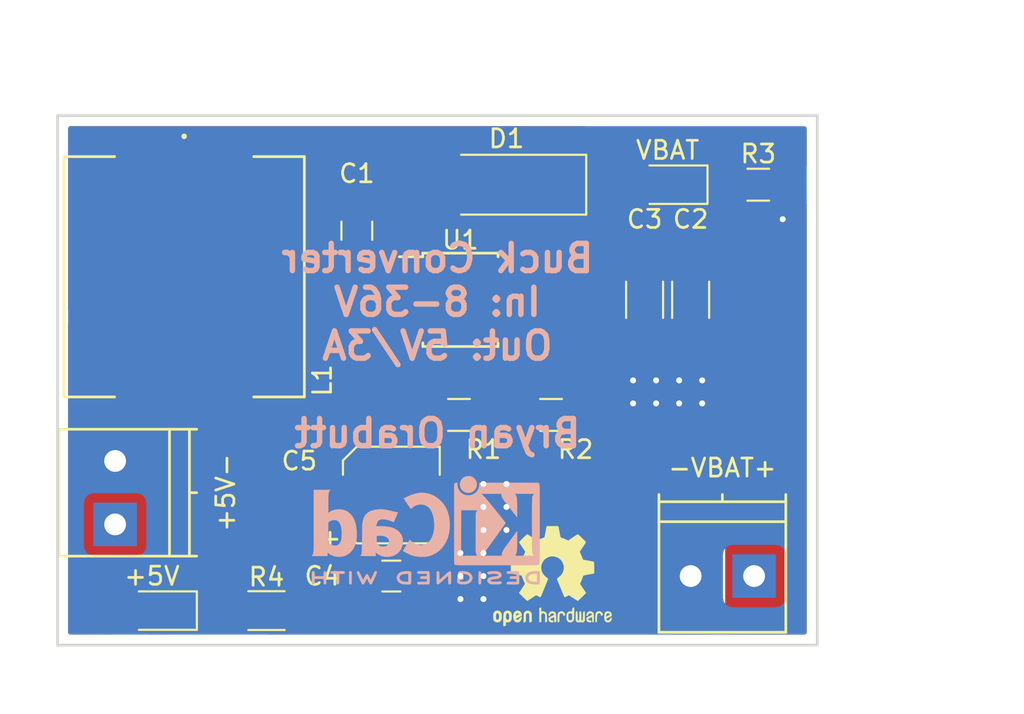
<source format=kicad_pcb>
(kicad_pcb (version 20211014) (generator pcbnew)
  (layers (0 "F.Cu" signal) (31 "B.Cu" signal) (34 "B.Paste" user) (35 "F.Paste" user) (36 "B.SilkS" user "B.Silkscreen") (37 "F.SilkS" user "F.Silkscreen") (38 "B.Mask" user) (39 "F.Mask" user) (44 "Edge.Cuts" user))
  (net 0 "")
  (net 1 "Net-(C1-Pad1)")
  (net 2 "+BATT")
  (net 3 "GND")
  (net 4 "+5V")
  (net 5 "Net-(D2-Pad1)")
  (net 6 "Net-(D3-Pad1)")
  (net 7 "Net-(R1-Pad2)")
  (net 8 "Net-(U1-Pad2)")
  (net 9 "Net-(U1-Pad3)")
  (net 10 "Net-(U1-Pad5)")
  (net 11 "/PH")
  (footprint "Capacitors_SMD:C_0805_HandSoldering" (layer "F.Cu") (at 153.035 95.25 90)
    (fp_text reference "C1" (at 3.155 0 180) (layer "F.SilkS"))
    (fp_text value "10nF")
    (pad "1" smd rect locked (at -1.25 0 90) (size 1.5 1.25) (layers "F.Cu" "F.Paste" "F.Mask") (net 1 "Net-(C1-Pad1)"))
    (pad "2" smd rect locked (at 1.25 0 90) (size 1.5 1.25) (layers "F.Cu" "F.Paste" "F.Mask") (net 11 "/PH"))
  )
  (footprint "Capacitors_SMD:C_1206_HandSoldering" (layer "F.Cu") (at 171.45 99.06 -90)
    (fp_text reference "C2" (at -4.445 0) (layer "F.SilkS"))
    (fp_text value "4.7uF")
    (pad "1" smd rect locked (at -2 0 270) (size 2 1.6) (layers "F.Cu" "F.Paste" "F.Mask") (net 2 "+BATT"))
    (pad "2" smd rect locked (at 2 0 270) (size 2 1.6) (layers "F.Cu" "F.Paste" "F.Mask") (net 3 "GND"))
  )
  (footprint "Capacitors_SMD:C_1206_HandSoldering" (layer "F.Cu") (at 168.91 99.06 -90)
    (fp_text reference "C3" (at -4.445 0) (layer "F.SilkS"))
    (fp_text value "4.7uF")
    (pad "1" smd rect locked (at -2 0 270) (size 2 1.6) (layers "F.Cu" "F.Paste" "F.Mask") (net 2 "+BATT"))
    (pad "2" smd rect locked (at 2 0 270) (size 2 1.6) (layers "F.Cu" "F.Paste" "F.Mask") (net 3 "GND"))
  )
  (footprint "Capacitors_SMD:C_0805_HandSoldering" (layer "F.Cu") (at 154.94 114.3)
    (fp_text reference "C4" (at -3.81 0) (layer "F.SilkS"))
    (fp_text value "100nF")
    (pad "1" smd rect locked (at -1.25 0) (size 1.5 1.25) (layers "F.Cu" "F.Paste" "F.Mask") (net 4 "+5V"))
    (pad "2" smd rect locked (at 1.25 0) (size 1.5 1.25) (layers "F.Cu" "F.Paste" "F.Mask") (net 3 "GND"))
  )
  (footprint "Capacitors_SMD:CP_Elec_5x5.3" (layer "F.Cu") (at 154.94 109.855)
    (fp_text reference "C5" (at -5.08 -1.905) (layer "F.SilkS"))
    (fp_text value "220uF")
    (fp_text user "+" (at -3.38 2.34) (layer "F.SilkS"))
    (pad "1" smd rect locked (at -2.2 0 180) (size 3 1.6) (layers "F.Cu" "F.Paste" "F.Mask") (net 4 "+5V"))
    (pad "2" smd rect locked (at 2.2 0 180) (size 3 1.6) (layers "F.Cu" "F.Paste" "F.Mask") (net 3 "GND"))
  )
  (footprint "Diodes_SMD:D_SMA_Handsoldering" (layer "F.Cu") (at 161.29 92.71 180)
    (fp_text reference "D1" (at 0 2.54 180) (layer "F.SilkS"))
    (fp_text value "STPS5L60U" hide)
    (pad "1" smd rect locked (at -2.5 0 180) (size 3.5 1.8) (layers "F.Cu" "F.Paste" "F.Mask") (net 11 "/PH"))
    (pad "2" smd rect locked (at 2.5 0 180) (size 3.5 1.8) (layers "F.Cu" "F.Paste" "F.Mask") (net 3 "GND"))
  )
  (footprint "Diodes_SMD:D_1206" (layer "F.Cu") (at 170.18 92.71 180)
    (fp_text reference "VBAT" (at 0 1.905 180) (layer "F.SilkS"))
    (fp_text value "LED")
    (pad "1" smd rect locked (at -1.5 0 180) (size 1 1.6) (layers "F.Cu" "F.Paste" "F.Mask") (net 5 "Net-(D2-Pad1)"))
    (pad "2" smd rect locked (at 1.5 0 180) (size 1 1.6) (layers "F.Cu" "F.Paste" "F.Mask") (net 2 "+BATT"))
  )
  (footprint "Diodes_SMD:D_1206" (layer "F.Cu") (at 142.01 116.205 180)
    (fp_text reference "+5V" (at 0.278 1.905 180) (layer "F.SilkS"))
    (fp_text value "LED")
    (pad "1" smd rect locked (at -1.5 0 180) (size 1 1.6) (layers "F.Cu" "F.Paste" "F.Mask") (net 6 "Net-(D3-Pad1)"))
    (pad "2" smd rect locked (at 1.5 0 180) (size 1 1.6) (layers "F.Cu" "F.Paste" "F.Mask") (net 4 "+5V"))
  )
  (footprint "footprints:SRR1208-220ML" (layer "F.Cu") (at 143.51 97.79 -90)
    (fp_text reference "L1" (at 5.715 -7.62 -90) (layer "F.SilkS"))
    (fp_text value "22uH" hide)
    (pad "1" smd rect locked (at -4.9911 0 270) (size 3.9878 7.0104) (layers "F.Cu" "F.Paste" "F.Mask") (net 11 "/PH"))
    (pad "2" smd rect locked (at 4.9911 0 270) (size 3.9878 7.0104) (layers "F.Cu" "F.Paste" "F.Mask") (net 4 "+5V"))
  )
  (footprint "Terminal_Blocks:TerminalBlock_Pheonix_PT-3.5mm_2pol" (layer "F.Cu") (at 174.95 114.3 180)
    (fp_text reference "-VBAT+" (at 1.75 5.969 180) (layer "F.SilkS"))
    (fp_text value "-VBAT+")
    (pad "1" thru_hole rect locked (at 0 0 180) (size 2.4 2.4) (drill 1.2) (layers *.Cu *.Mask) (net 2 "+BATT"))
    (pad "2" thru_hole circle locked (at 3.5 0 180) (size 2.4 2.4) (drill 1.2) (layers *.Cu *.Mask) (net 3 "GND"))
  )
  (footprint "Terminal_Blocks:TerminalBlock_Pheonix_PT-3.5mm_2pol" (layer "F.Cu") (at 139.7 111.45 90)
    (fp_text reference "+5V-" (at 1.75 6.096 90) (layer "F.SilkS"))
    (fp_text value "-5V+" hide)
    (pad "1" thru_hole rect locked (at 0 0 90) (size 2.4 2.4) (drill 1.2) (layers *.Cu *.Mask) (net 4 "+5V"))
    (pad "2" thru_hole circle locked (at 3.5 0 90) (size 2.4 2.4) (drill 1.2) (layers *.Cu *.Mask) (net 3 "GND"))
  )
  (footprint "Resistors_SMD:R_0805_HandSoldering" (layer "F.Cu") (at 158.67 105.41)
    (fp_text reference "R1" (at 1.35 1.905) (layer "F.SilkS"))
    (fp_text value "30.9K±0.1%" hide)
    (pad "1" smd rect locked (at -1.35 0) (size 1.5 1.3) (layers "F.Cu" "F.Paste" "F.Mask") (net 4 "+5V"))
    (pad "2" smd rect locked (at 1.35 0) (size 1.5 1.3) (layers "F.Cu" "F.Paste" "F.Mask") (net 7 "Net-(R1-Pad2)"))
  )
  (footprint "Resistors_SMD:R_0805_HandSoldering" (layer "F.Cu") (at 163.75 105.41)
    (fp_text reference "R2" (at 1.35 1.905) (layer "F.SilkS"))
    (fp_text value "10K±0.1%" hide)
    (pad "1" smd rect locked (at -1.35 0) (size 1.5 1.3) (layers "F.Cu" "F.Paste" "F.Mask") (net 7 "Net-(R1-Pad2)"))
    (pad "2" smd rect locked (at 1.35 0) (size 1.5 1.3) (layers "F.Cu" "F.Paste" "F.Mask") (net 3 "GND"))
  )
  (footprint "Resistors_SMD:R_0805_HandSoldering" (layer "F.Cu") (at 175.18 92.71)
    (fp_text reference "R3" (at 0 -1.7) (layer "F.SilkS"))
    (fp_text value "2K" hide)
    (pad "1" smd rect locked (at -1.35 0) (size 1.5 1.3) (layers "F.Cu" "F.Paste" "F.Mask") (net 5 "Net-(D2-Pad1)"))
    (pad "2" smd rect locked (at 1.35 0) (size 1.5 1.3) (layers "F.Cu" "F.Paste" "F.Mask") (net 3 "GND"))
  )
  (footprint "Resistors_SMD:R_1206_HandSoldering" (layer "F.Cu") (at 148.05 116.205)
    (fp_text reference "R4" (at 0 -1.85) (layer "F.SilkS"))
    (fp_text value "220" hide)
    (pad "1" smd rect locked (at -2 0) (size 2 1.7) (layers "F.Cu" "F.Paste" "F.Mask") (net 6 "Net-(D3-Pad1)"))
    (pad "2" smd rect locked (at 2 0) (size 2 1.7) (layers "F.Cu" "F.Paste" "F.Mask") (net 3 "GND"))
  )
  (footprint "Housings_SOIC:TI_SO-PowerPAD-8" (layer "F.Cu") (at 158.75 99.06)
    (fp_text reference "U1" (at 0 -3.3) (layer "F.SilkS"))
    (fp_text value "TPS5430")
    (pad "1" smd rect locked (at -2.78 -1.905) (size 1.91 0.61) (layers "F.Cu" "F.Paste" "F.Mask") (net 1 "Net-(C1-Pad1)"))
    (pad "2" smd rect locked (at -2.78 -0.635) (size 1.91 0.61) (layers "F.Cu" "F.Paste" "F.Mask") (net 8 "Net-(U1-Pad2)"))
    (pad "3" smd rect locked (at -2.78 0.635) (size 1.91 0.61) (layers "F.Cu" "F.Paste" "F.Mask") (net 9 "Net-(U1-Pad3)"))
    (pad "4" smd rect locked (at -2.78 1.905) (size 1.91 0.61) (layers "F.Cu" "F.Paste" "F.Mask") (net 7 "Net-(R1-Pad2)"))
    (pad "5" smd rect locked (at 2.78 1.905) (size 1.91 0.61) (layers "F.Cu" "F.Paste" "F.Mask") (net 10 "Net-(U1-Pad5)"))
    (pad "6" smd rect locked (at 2.78 0.635) (size 1.91 0.61) (layers "F.Cu" "F.Paste" "F.Mask") (net 3 "GND"))
    (pad "7" smd rect locked (at 2.78 -0.635) (size 1.91 0.61) (layers "F.Cu" "F.Paste" "F.Mask") (net 2 "+BATT"))
    (pad "8" smd rect locked (at 2.78 -1.905) (size 1.91 0.61) (layers "F.Cu" "F.Paste" "F.Mask") (net 11 "/PH"))
    (pad "9" smd rect locked (at -0.6025 -0.775) (size 1.205 1.55) (layers "F.Cu" "F.Paste" "F.Mask") (net 3 "GND"))
    (pad "9" smd rect locked (at 0.6025 0.775) (size 1.205 1.55) (layers "F.Cu" "F.Paste" "F.Mask") (net 3 "GND"))
    (pad "9" smd rect locked (at -0.6025 0.775) (size 1.205 1.55) (layers "F.Cu" "F.Paste" "F.Mask") (net 3 "GND"))
    (pad "9" smd rect locked (at 0.6025 -0.775) (size 1.205 1.55) (layers "F.Cu" "F.Paste" "F.Mask") (net 3 "GND"))
  )
  (footprint "footprints:via-0.7mm" (layer "F.Cu") (at 158.75 115.57)
    (fp_text reference "REF**" hide)
    (fp_text value "via-0.7mm" hide)
    (pad "1" thru_hole circle locked (at 0 0) (size 0.7 0.7) (drill 0.3302) (layers *.Cu) (net 3 "GND"))
  )
  (footprint "footprints:via-0.7mm" (layer "F.Cu") (at 158.75 114.3)
    (fp_text reference "REF**" hide)
    (fp_text value "via-0.7mm" hide)
    (pad "1" thru_hole circle locked (at 0 0) (size 0.7 0.7) (drill 0.3302) (layers *.Cu) (net 3 "GND"))
  )
  (footprint "footprints:via-0.7mm" (layer "F.Cu") (at 158.75 113.03)
    (fp_text reference "REF**" hide)
    (fp_text value "via-0.7mm" hide)
    (pad "1" thru_hole circle locked (at 0 0) (size 0.7 0.7) (drill 0.3302) (layers *.Cu) (net 3 "GND"))
  )
  (footprint "footprints:via-0.7mm" (layer "F.Cu") (at 160.02 111.76)
    (fp_text reference "REF**" hide)
    (fp_text value "via-0.7mm" hide)
    (pad "1" thru_hole circle locked (at 0 0) (size 0.7 0.7) (drill 0.3302) (layers *.Cu) (net 3 "GND"))
  )
  (footprint "footprints:via-0.7mm" (layer "F.Cu") (at 160.02 110.49)
    (fp_text reference "REF**" hide)
    (fp_text value "via-0.7mm" hide)
    (pad "1" thru_hole circle locked (at 0 0) (size 0.7 0.7) (drill 0.3302) (layers *.Cu) (net 3 "GND"))
  )
  (footprint "footprints:via-0.7mm" (layer "F.Cu") (at 160.02 109.22)
    (fp_text reference "REF**" hide)
    (fp_text value "via-0.7mm" hide)
    (pad "1" thru_hole circle locked (at 0 0) (size 0.7 0.7) (drill 0.3302) (layers *.Cu) (net 3 "GND"))
  )
  (footprint "footprints:via-0.7mm" (layer "F.Cu") (at 168.275 103.505)
    (fp_text reference "REF**" hide)
    (fp_text value "via-0.7mm" hide)
    (pad "1" thru_hole circle locked (at 0 0) (size 0.7 0.7) (drill 0.3302) (layers *.Cu) (net 3 "GND"))
  )
  (footprint "footprints:via-0.7mm" (layer "F.Cu") (at 169.545 103.505)
    (fp_text reference "REF**" hide)
    (fp_text value "via-0.7mm" hide)
    (pad "1" thru_hole circle locked (at 0 0) (size 0.7 0.7) (drill 0.3302) (layers *.Cu) (net 3 "GND"))
  )
  (footprint "footprints:via-0.7mm" (layer "F.Cu") (at 170.815 103.505)
    (fp_text reference "REF**" hide)
    (fp_text value "via-0.7mm" hide)
    (pad "1" thru_hole circle locked (at 0 0) (size 0.7 0.7) (drill 0.3302) (layers *.Cu) (net 3 "GND"))
  )
  (footprint "footprints:via-0.7mm" (layer "F.Cu") (at 172.085 103.505)
    (fp_text reference "REF**" hide)
    (fp_text value "via-0.7mm" hide)
    (pad "1" thru_hole circle locked (at 0 0) (size 0.7 0.7) (drill 0.3302) (layers *.Cu) (net 3 "GND"))
  )
  (footprint "footprints:via-0.7mm" (layer "F.Cu") (at 172.085 104.775)
    (fp_text reference "REF**" hide)
    (fp_text value "via-0.7mm" hide)
    (pad "1" thru_hole circle locked (at 0 0) (size 0.7 0.7) (drill 0.3302) (layers *.Cu) (net 3 "GND"))
  )
  (footprint "footprints:via-0.7mm" (layer "F.Cu") (at 170.815 104.775)
    (fp_text reference "REF**" hide)
    (fp_text value "via-0.7mm" hide)
    (pad "1" thru_hole circle locked (at 0 0) (size 0.7 0.7) (drill 0.3302) (layers *.Cu) (net 3 "GND"))
  )
  (footprint "footprints:via-0.7mm" (layer "F.Cu") (at 169.545 104.775)
    (fp_text reference "REF**" hide)
    (fp_text value "via-0.7mm" hide)
    (pad "1" thru_hole circle locked (at 0 0) (size 0.7 0.7) (drill 0.3302) (layers *.Cu) (net 3 "GND"))
  )
  (footprint "footprints:via-0.7mm" (layer "F.Cu") (at 168.275 104.775)
    (fp_text reference "REF**" hide)
    (fp_text value "via-0.7mm" hide)
    (pad "1" thru_hole circle locked (at 0 0) (size 0.7 0.7) (drill 0.3302) (layers *.Cu) (net 3 "GND"))
  )
  (footprint "footprints:via-0.7mm" (layer "F.Cu") (at 161.29 109.22)
    (fp_text reference "REF**" hide)
    (fp_text value "via-0.7mm" hide)
    (pad "1" thru_hole circle locked (at 0 0) (size 0.7 0.7) (drill 0.3302) (layers *.Cu) (net 3 "GND"))
  )
  (footprint "footprints:via-0.7mm" (layer "F.Cu") (at 161.29 110.49)
    (fp_text reference "REF**" hide)
    (fp_text value "via-0.7mm" hide)
    (pad "1" thru_hole circle locked (at 0 0) (size 0.7 0.7) (drill 0.3302) (layers *.Cu) (net 3 "GND"))
  )
  (footprint "footprints:via-0.7mm" (layer "F.Cu") (at 161.29 111.76)
    (fp_text reference "REF**" hide)
    (fp_text value "via-0.7mm" hide)
    (pad "1" thru_hole circle locked (at 0 0) (size 0.7 0.7) (drill 0.3302) (layers *.Cu) (net 3 "GND"))
  )
  (footprint "footprints:via-0.7mm" (layer "F.Cu") (at 160.02 113.03)
    (fp_text reference "REF**" hide)
    (fp_text value "via-0.7mm" hide)
    (pad "1" thru_hole circle locked (at 0 0) (size 0.7 0.7) (drill 0.3302) (layers *.Cu) (net 3 "GND"))
  )
  (footprint "footprints:via-0.7mm" (layer "F.Cu") (at 160.02 114.3)
    (fp_text reference "REF**" hide)
    (fp_text value "via-0.7mm" hide)
    (pad "1" thru_hole circle locked (at 0 0) (size 0.7 0.7) (drill 0.3302) (layers *.Cu) (net 3 "GND"))
  )
  (footprint "footprints:via-0.7mm" (layer "F.Cu") (at 160.02 115.57)
    (fp_text reference "REF**" hide)
    (fp_text value "via-0.7mm" hide)
    (pad "1" thru_hole circle locked (at 0 0) (size 0.7 0.7) (drill 0.3302) (layers *.Cu) (net 3 "GND"))
  )
  (footprint "Symbols:OSHW-Logo2_7.3x6mm_SilkScreen" (layer "F.Cu") (at 163.83 114.3)
    (fp_text reference "REF***" hide)
    (fp_text value "OSHW-Logo2_7.3x6mm_SilkScreen" hide)
  )
  (footprint "Symbols:KiCad-Logo2_6mm_SilkScreen" (layer "B.Cu") (at 156.845 111.76 180)
    (fp_text reference "REF***" hide)
    (fp_text value "KiCad-Logo2_6mm_SilkScreen" hide)
  )
  (gr_line (start 136.525 118.11) (end 136.525 88.9) (layer "Edge.Cuts") (width 0.15))
  (gr_line (start 178.435 118.11) (end 136.525 118.11) (layer "Edge.Cuts") (width 0.15))
  (gr_line (start 136.525 88.9) (end 178.435 88.9) (layer "Edge.Cuts") (width 0.15))
  (gr_line (start 178.435 88.9) (end 178.435 118.11) (layer "Edge.Cuts") (width 0.15))
  (gr_text "Buck Converter\nIn: 8-36V\nOut: 5V/3A\n\nBryan Orabutt" (at 157.48 101.6) (layer "B.SilkS") (effects (font (size 1.5 1.5) (thickness 0.3)) (justify mirror)))
  (segment (start 155.97 97.155) (end 153.69 97.155) (width 0.1524) (layer "F.Cu") (net 1))
  (segment (start 153.69 97.155) (end 153.035 96.5) (width 0.1524) (layer "F.Cu") (net 1))
  (segment (start 161.53 98.425) (end 163.0946 98.425) (width 0.6096) (layer "F.Cu") (net 2))
  (segment (start 163.0946 98.425) (end 163.7296 97.79) (width 0.6096) (layer "F.Cu") (net 2))
  (segment (start 176.53 92.71) (end 176.53 94.615) (width 0.6096) (layer "F.Cu") (net 3))
  (segment (start 159.4925 99.695) (end 159.3525 99.835) (width 0.6096) (layer "F.Cu") (net 3))
  (segment (start 161.53 99.695) (end 159.4925 99.695) (width 0.6096) (layer "F.Cu") (net 3))
  (via (at 176.53 94.615) (size 0.6858) (drill 0.3302) (layers "F.Cu" "B.Cu") (net 3))
  (segment (start 157.32 105.41) (end 157.32 104.996) (width 0.6096) (layer "F.Cu") (net 4))
  (segment (start 173.83 92.71) (end 171.68 92.71) (width 0.1524) (layer "F.Cu") (net 5))
  (segment (start 146.05 116.205) (end 143.51 116.205) (width 0.1524) (layer "F.Cu") (net 6))
  (segment (start 155.97 101.4224) (end 155.97 100.965) (width 0.1524) (layer "F.Cu") (net 7))
  (segment (start 160.02 105.41) (end 159.92 105.41) (width 0.1524) (layer "F.Cu") (net 7))
  (segment (start 155.97 101.46) (end 155.97 101.4224) (width 0.1524) (layer "F.Cu") (net 7))
  (segment (start 159.92 105.41) (end 155.97 101.46) (width 0.1524) (layer "F.Cu") (net 7))
  (segment (start 162.4 105.41) (end 160.02 105.41) (width 0.1524) (layer "F.Cu") (net 7))
  (zone (net 11) (net_name "/PH") (layer "F.Cu") (connect_pads (clearance 0.508)) (min_thickness 0.254) (fill yes (thermal_gap 0.508) (thermal_bridge_width 0.508))
    (polygon (pts (xy 160.655 97.79) (xy 162.56 97.79) (xy 162.56 95.25) (xy 165.735 95.25) (xy 165.735 90.805) (xy 165.735 88.9) (xy 135.255 88.9) (xy 135.255 99.695) (xy 151.765 99.695) (xy 151.765 95.25) (xy 156.21 95.25) (xy 156.21 90.805) (xy 161.29 90.805) (xy 161.29 94.615) (xy 160.655 94.615)))
  )
  (zone (net 2) (net_name "+BATT") (layer "F.Cu") (connect_pads (clearance 0.508)) (min_thickness 0.254) (fill yes (thermal_gap 0.508) (thermal_bridge_width 0.508))
    (polygon (pts (xy 173.355 120.65) (xy 173.355 98.425) (xy 163.195 98.425) (xy 163.195 95.885) (xy 166.37 95.885) (xy 166.37 89.535) (xy 178.435 89.535) (xy 179.07 90.805) (xy 179.07 120.65)))
  )
  (zone (net 3) (net_name "GND") (layer "F.Cu") (connect_pads (clearance 0.508)) (min_thickness 0.254) (fill yes (thermal_gap 0.508) (thermal_bridge_width 0.508))
    (polygon (pts (xy 154.94 120.65) (xy 147.955 120.65) (xy 147.955 115.57) (xy 154.94 115.57) (xy 154.94 107.315) (xy 158.75 107.315) (xy 158.75 104.775) (xy 158.75 101.6) (xy 157.48 101.6) (xy 157.48 91.44) (xy 160.02 91.44) (xy 160.02 99.06) (xy 172.72 99.06) (xy 172.72 120.65)))
  )
  (zone (net 4) (net_name "+5V") (layer "F.Cu") (connect_pads (clearance 0.508)) (min_thickness 0.254) (fill yes (thermal_gap 0.508) (thermal_bridge_width 0.508))
    (polygon (pts (xy 135.255 120.015) (xy 147.32 120.015) (xy 147.32 114.935) (xy 154.305 114.935) (xy 154.305 106.68) (xy 158.115 106.68) (xy 158.115 104.775) (xy 154.305 104.775) (xy 154.305 100.33) (xy 135.255 100.33)))
  )
  (zone (net 3) (net_name "GND") (layer "B.Cu") (connect_pads (clearance 0.508)) (min_thickness 0.254) (fill yes (thermal_gap 0.508) (thermal_bridge_width 0.508))
    (polygon (pts (xy 133.35 87.63) (xy 180.34 87.63) (xy 180.34 121.92) (xy 133.35 121.92)))
  )
)
</source>
